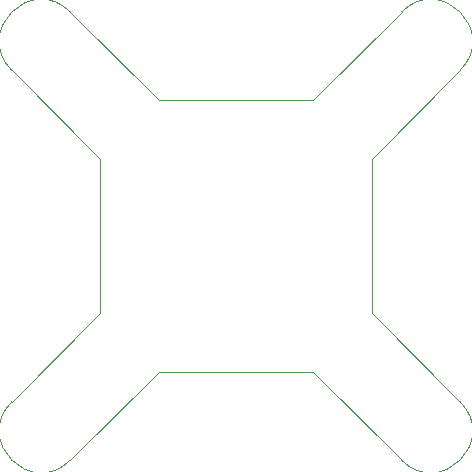
<source format=gbr>
%TF.GenerationSoftware,KiCad,Pcbnew,7.0.7*%
%TF.CreationDate,2023-09-04T20:48:43-04:00*%
%TF.ProjectId,square,73717561-7265-42e6-9b69-6361645f7063,rev?*%
%TF.SameCoordinates,Original*%
%TF.FileFunction,Profile,NP*%
%FSLAX46Y46*%
G04 Gerber Fmt 4.6, Leading zero omitted, Abs format (unit mm)*
G04 Created by KiCad (PCBNEW 7.0.7) date 2023-09-04 20:48:43*
%MOMM*%
%LPD*%
G01*
G04 APERTURE LIST*
%TA.AperFunction,Profile*%
%ADD10C,0.100000*%
%TD*%
G04 APERTURE END LIST*
D10*
X-6550252Y11500000D02*
X-14025126Y18974874D01*
X-11500000Y-6550252D02*
X-18974874Y-14025126D01*
X14025126Y-18974874D02*
G75*
G03*
X18974874Y-14025126I2474874J2474874D01*
G01*
X14025126Y18974874D02*
X6550252Y11500000D01*
X-6550252Y-11500000D02*
X6550252Y-11500000D01*
X-14025126Y18974874D02*
G75*
G03*
X-18974874Y14025126I-2474874J-2474874D01*
G01*
X6550252Y11500000D02*
X-6550252Y11500000D01*
X18974874Y14025126D02*
G75*
G03*
X14025126Y18974874I-2474874J2474874D01*
G01*
X-11500000Y6550252D02*
X-11500000Y-6550252D01*
X-18974874Y14025126D02*
X-11500000Y6550252D01*
X11500000Y6550252D02*
X18974874Y14025126D01*
X18974874Y-14025126D02*
X11500000Y-6550252D01*
X-18974874Y-14025126D02*
G75*
G03*
X-14025126Y-18974874I2474874J-2474874D01*
G01*
X-14025126Y-18974874D02*
X-6550252Y-11500000D01*
X6550252Y-11500000D02*
X14025126Y-18974874D01*
X11500000Y-6550252D02*
X11500000Y6550252D01*
M02*

</source>
